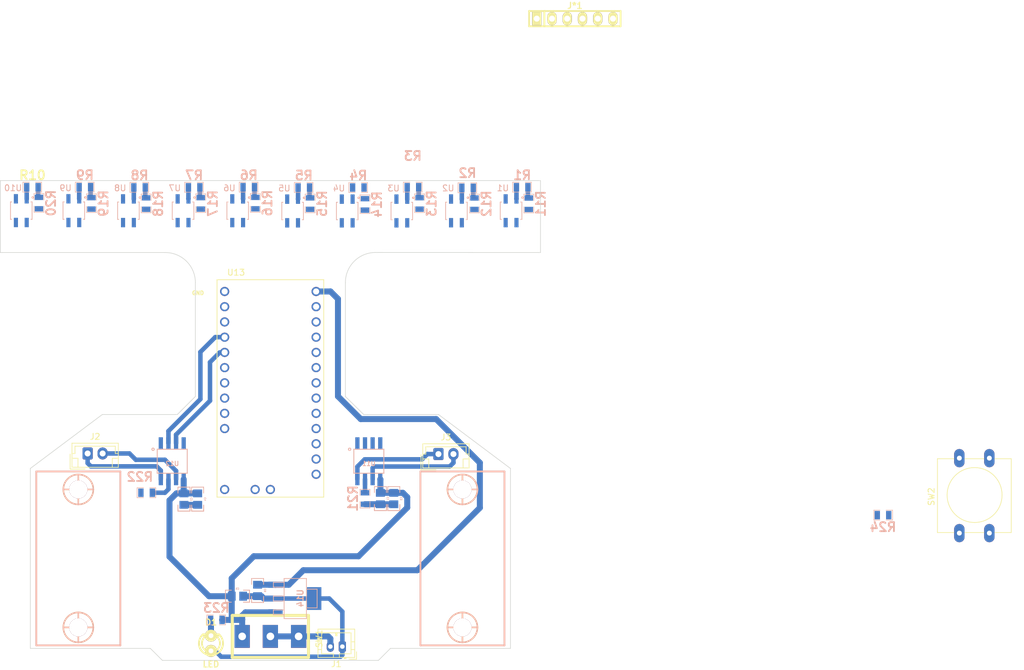
<source format=kicad_pcb>
(kicad_pcb (version 20211014) (generator pcbnew)
  (layers (0 "F.Cu" signal) (31 "B.Cu" signal) (34 "B.Paste" user) (35 "F.Paste" user) (36 "B.SilkS" user "B.Silkscreen") (37 "F.SilkS" user "F.Silkscreen") (38 "B.Mask" user) (39 "F.Mask" user) (44 "Edge.Cuts" user))
  (net 0 "")
  (net 1 "VCC")
  (net 2 "GND")
  (net 3 "+5V")
  (net 4 "Net-(D1-Pad2)")
  (net 5 "Net-(J1-Pad2)")
  (net 6 "/MOTOR_IZQ_L")
  (net 7 "/MOTOR_IZQ_R")
  (net 8 "/MOTOR_DER_L")
  (net 9 "/MOTOR_DER_R")
  (net 10 "+3V3")
  (net 11 "Net-(R1-Pad2)")
  (net 12 "Net-(R2-Pad2)")
  (net 13 "Net-(R3-Pad2)")
  (net 14 "Net-(R4-Pad2)")
  (net 15 "Net-(R5-Pad2)")
  (net 16 "Net-(R6-Pad2)")
  (net 17 "Net-(R7-Pad2)")
  (net 18 "Net-(R8-Pad2)")
  (net 19 "Net-(R9-Pad2)")
  (net 20 "Net-(R10-Pad2)")
  (net 21 "/A9")
  (net 22 "/A6")
  (net 23 "/A7")
  (net 24 "/A8")
  (net 25 "/A2")
  (net 26 "/A3")
  (net 27 "/A4")
  (net 28 "/A5")
  (net 29 "/A0")
  (net 30 "/A1")
  (net 31 "Net-(R21-Pad1)")
  (net 32 "Net-(R22-Pad1)")
  (net 33 "/PIN_ENTER")
  (net 34 "/PIN_L_DER")
  (net 35 "/PIN_R_DER")
  (net 37 "/PIN_L_IZQ")
  (net 38 "/PIN_R_IZQ")
  (net 44 "/Tx")
  (net 45 "/Rx")
  (footprint "EESTN5:HC-05" (layer "F.Cu") (at 190.73 35)
    (fp_text reference "J*1" (at 0 -2.159) (layer "F.SilkS") (effects (font (size 1.016 1.016) (thickness 0.2032))))
    (fp_text value "HC-05" hide)
    (pad "1" thru_hole rect locked (at -6.35 0) (size 1.524 2.19964) (drill 1.00076) (layers *.Cu *.Mask "F.SilkS"))
    (pad "2" thru_hole oval locked (at -3.81 0) (size 1.524 2.19964) (drill 1.00076) (layers *.Cu *.Mask "F.SilkS") (net 44 "/Tx"))
    (pad "3" thru_hole oval locked (at -1.27 0) (size 1.524 2.19964) (drill 1.00076) (layers *.Cu *.Mask "F.SilkS") (net 45 "/Rx"))
    (pad "4" thru_hole oval locked (at 1.27 0) (size 1.524 2.19964) (drill 1.00076) (layers *.Cu *.Mask "F.SilkS") (net 2 "GND"))
    (pad "5" thru_hole oval locked (at 3.81 0) (size 1.524 2.19964) (drill 1.00076) (layers *.Cu *.Mask "F.SilkS") (net 3 "+5V"))
    (pad "6" thru_hole oval locked (at 6.35 0) (size 1.524 2.19964) (drill 1.00076) (layers *.Cu *.Mask "F.SilkS") (net 2 "GND"))
  )
  (footprint "Connector_JST:JST_EH_B2B-EH-A_1x02_P2.50mm_Vertical" (layer "F.Cu") (at 168 107.6)
    (fp_text reference "J3" (at 1.25 -2.8) (layer "F.SilkS"))
    (fp_text value "MOTOR DERECHO")
    (pad "1" thru_hole roundrect (at 0 0) (size 1.7 2) (drill 1) (layers *.Cu *.Mask) (roundrect_rratio 0.147059) (net 8 "/MOTOR_DER_L"))
    (pad "2" thru_hole oval (at 2.5 0) (size 1.7 2) (drill 1) (layers *.Cu *.Mask) (net 9 "/MOTOR_DER_R"))
  )
  (footprint "EESTN5:led_3mm_clear" (layer "F.Cu") (at 130.1 139.15 180)
    (fp_text reference "D1" (at 0 3.5) (layer "F.SilkS") (effects (font (thickness 0.2))))
    (fp_text value "LED" (at 0 -3.5) (layer "F.SilkS") (effects (font (thickness 0.2))))
    (pad "1" thru_hole circle locked (at 0 -1.27 180) (size 1.99898 1.99898) (drill 0.8001) (layers *.Cu *.Mask "F.SilkS") (net 2 "GND"))
    (pad "2" thru_hole circle locked (at 0 1.27 180) (size 1.99898 1.99898) (drill 0.8001) (layers *.Cu *.Mask "F.SilkS") (net 4 "Net-(D1-Pad2)"))
  )
  (footprint "EESTN5:SW_SPDT_TH_Vertical" (layer "F.Cu") (at 140 138 -90)
    (fp_text reference "SW1" (at 0.381 -8.128 90) (layer "F.SilkS"))
    (fp_text value "SW_SPDT" hide)
    (pad "1" thru_hole rect locked (at 0 -4.7 270) (size 3.81 2.54) (drill 1.27) (layers *.Cu *.Mask) (net 5 "Net-(J1-Pad2)"))
    (pad "2" thru_hole rect locked (at 0 0 270) (size 3.81 2.54) (drill 1.27) (layers *.Cu *.Mask) (net 5 "Net-(J1-Pad2)"))
    (pad "3" thru_hole rect locked (at 0 4.7 270) (size 3.81 2.54) (drill 1.27) (layers *.Cu *.Mask) (net 1 "VCC"))
  )
  (footprint "Connector_JST:JST_PH_B2B-PH-K_1x02_P2.00mm_Vertical" (layer "F.Cu") (at 151.99 139.7 180)
    (fp_text reference "J1" (at 1 -2.9) (layer "F.SilkS"))
    (fp_text value "BATT")
    (pad "1" thru_hole roundrect (at 0 0 180) (size 1.2 1.75) (drill 0.75) (layers *.Cu *.Mask) (roundrect_rratio 0.208333) (net 2 "GND"))
    (pad "2" thru_hole oval (at 2 0 180) (size 1.2 1.75) (drill 0.75) (layers *.Cu *.Mask) (net 5 "Net-(J1-Pad2)"))
  )
  (footprint "Connector_JST:JST_EH_B2B-EH-A_1x02_P2.50mm_Vertical" (layer "F.Cu") (at 109.55 107.5)
    (fp_text reference "J2" (at 1.25 -2.8) (layer "F.SilkS"))
    (fp_text value "MOTOR IZQUIERDO")
    (pad "1" thru_hole roundrect (at 0 0) (size 1.7 2) (drill 1) (layers *.Cu *.Mask) (roundrect_rratio 0.147059) (net 6 "/MOTOR_IZQ_L"))
    (pad "2" thru_hole oval (at 2.5 0) (size 1.7 2) (drill 1) (layers *.Cu *.Mask) (net 7 "/MOTOR_IZQ_R"))
  )
  (footprint "DEV-15583:MODULE_DEV-15583" (layer "F.Cu") (at 140 97)
    (fp_text reference "U13" (at -5.715 -19.685) (layer "F.SilkS"))
    (fp_text value "DEV-15583")
    (fp_text user "GND" (at -12.065 -16.256) (layer "F.SilkS") (effects (font (size 0.64 0.64))))
    (pad "0" thru_hole circle (at -7.62 -13.97) (size 1.53 1.53) (drill 1.02) (layers *.Cu *.Mask))
    (pad "1" thru_hole circle (at -7.62 -11.43) (size 1.53 1.53) (drill 1.02) (layers *.Cu *.Mask))
    (pad "2" thru_hole circle (at -7.62 -8.89) (size 1.53 1.53) (drill 1.02) (layers *.Cu *.Mask) (net 37 "/PIN_L_IZQ"))
    (pad "3" thru_hole circle (at -7.62 -6.35) (size 1.53 1.53) (drill 1.02) (layers *.Cu *.Mask) (net 38 "/PIN_R_IZQ"))
    (pad "3.3V_1" thru_hole circle (at -2.54 16.51) (size 1.53 1.53) (drill 1.02) (layers *.Cu *.Mask) (net 10 "+3V3"))
    (pad "3.3V_2" thru_hole circle (at 7.62 -11.43) (size 1.53 1.53) (drill 1.02) (layers *.Cu *.Mask) (net 10 "+3V3"))
    (pad "4" thru_hole circle (at -7.62 -3.81) (size 1.53 1.53) (drill 1.02) (layers *.Cu *.Mask) (net 34 "/PIN_L_DER"))
    (pad "5" thru_hole circle (at -7.62 -1.27) (size 1.53 1.53) (drill 1.02) (layers *.Cu *.Mask) (net 35 "/PIN_R_DER"))
    (pad "6" thru_hole circle (at -7.62 1.27) (size 1.53 1.53) (drill 1.02) (layers *.Cu *.Mask))
    (pad "7" thru_hole circle (at -7.62 3.81) (size 1.53 1.53) (drill 1.02) (layers *.Cu *.Mask) (net 45 "/Rx"))
    (pad "8" thru_hole circle (at -7.62 6.35) (size 1.53 1.53) (drill 1.02) (layers *.Cu *.Mask) (net 44 "/Tx"))
    (pad "12" thru_hole circle (at -7.62 16.51) (size 1.53 1.53) (drill 1.02) (layers *.Cu *.Mask) (net 33 "/PIN_ENTER"))
    (pad "14" thru_hole circle (at 7.62 13.97) (size 1.53 1.53) (drill 1.02) (layers *.Cu *.Mask) (net 29 "/A0"))
    (pad "15" thru_hole circle (at 7.62 11.43) (size 1.53 1.53) (drill 1.02) (layers *.Cu *.Mask) (net 30 "/A1"))
    (pad "16" thru_hole circle (at 7.62 8.89) (size 1.53 1.53) (drill 1.02) (layers *.Cu *.Mask) (net 25 "/A2"))
    (pad "17" thru_hole circle (at 7.62 6.35) (size 1.53 1.53) (drill 1.02) (layers *.Cu *.Mask) (net 26 "/A3"))
    (pad "18" thru_hole circle (at 7.62 3.81) (size 1.53 1.53) (drill 1.02) (layers *.Cu *.Mask) (net 27 "/A4"))
    (pad "19" thru_hole circle (at 7.62 1.27) (size 1.53 1.53) (drill 1.02) (layers *.Cu *.Mask) (net 28 "/A5"))
    (pad "20" thru_hole circle (at 7.62 -1.27) (size 1.53 1.53) (drill 1.02) (layers *.Cu *.Mask) (net 22 "/A6"))
    (pad "21" thru_hole circle (at 7.62 -3.81) (size 1.53 1.53) (drill 1.02) (layers *.Cu *.Mask) (net 23 "/A7"))
    (pad "22" thru_hole circle (at 7.62 -6.35) (size 1.53 1.53) (drill 1.02) (layers *.Cu *.Mask) (net 24 "/A8"))
    (pad "23" thru_hole circle (at 7.62 -8.89) (size 1.53 1.53) (drill 1.02) (layers *.Cu *.Mask) (net 21 "/A9"))
    (pad "G1" thru_hole circle (at -7.62 -16.51) (size 1.53 1.53) (drill 1.02) (layers *.Cu *.Mask))
    (pad "G2" thru_hole circle (at 0 16.51) (size 1.53 1.53) (drill 1.02) (layers *.Cu *.Mask) (net 2 "GND"))
    (pad "G3" thru_hole circle (at 7.62 -13.97) (size 1.53 1.53) (drill 1.02) (layers *.Cu *.Mask) (net 2 "GND"))
    (pad "VIN" thru_hole circle (at 7.62 -16.51) (size 1.53 1.53) (drill 1.02) (layers *.Cu *.Mask) (net 3 "+5V"))
  )
  (footprint "EESTN5:SW_PUSH-12mm" (layer "F.Cu") (at 254.79 120.78 90)
    (fp_text reference "SW2" (at 6.08 -4.66 90) (layer "F.SilkS"))
    (fp_text value "SW_Push")
    (pad "1" thru_hole oval locked (at 0 0 90) (size 3.048 1.7272) (drill 0.8128) (layers *.Cu *.Mask) (net 33 "/PIN_ENTER"))
    (pad "1" thru_hole oval locked (at 12.5 0 90) (size 3.048 1.7272) (drill 0.8128) (layers *.Cu *.Mask) (net 33 "/PIN_ENTER"))
    (pad "2" thru_hole oval locked (at 0 5 90) (size 3.048 1.7272) (drill 0.8128) (layers *.Cu *.Mask) (net 10 "+3V3"))
    (pad "2" thru_hole oval locked (at 12.5 5 90) (size 3.048 1.7272) (drill 0.8128) (layers *.Cu *.Mask) (net 10 "+3V3"))
  )
  (footprint "EESTN5:R_0805" (layer "B.Cu") (at 101.44 65.75 90)
    (fp_text reference "R20" (at 0 2 90) (layer "B.SilkS") (effects (font (size 1.5 1.5) (thickness 0.3)) (justify mirror)))
    (fp_text value "10k" hide)
    (pad "1" smd rect locked (at -0.9525 0 90) (size 0.889 1.397) (layers "B.Cu" "B.Paste" "B.Mask") (net 29 "/A0"))
    (pad "2" smd rect locked (at 0.9525 0 90) (size 0.889 1.397) (layers "B.Cu" "B.Paste" "B.Mask") (net 10 "+3V3"))
  )
  (footprint "EESTN5:R_0805" (layer "B.Cu") (at 131 135.25 180)
    (fp_text reference "R23" (at 0 2) (layer "B.SilkS") (effects (font (size 1.5 1.5) (thickness 0.3)) (justify mirror)))
    (fp_text value "1k" hide)
    (pad "1" smd rect locked (at -0.9525 0 180) (size 0.889 1.397) (layers "B.Cu" "B.Paste" "B.Mask") (net 1 "VCC"))
    (pad "2" smd rect locked (at 0.9525 0 180) (size 0.889 1.397) (layers "B.Cu" "B.Paste" "B.Mask") (net 4 "Net-(D1-Pad2)"))
  )
  (footprint "EESTN5:R_0805" (layer "B.Cu") (at 145.57 63.15 180)
    (fp_text reference "R5" (at 0 2) (layer "B.SilkS") (effects (font (size 1.5 1.5) (thickness 0.3)) (justify mirror)))
    (fp_text value "120" hide)
    (pad "1" smd rect locked (at -0.9525 0 180) (size 0.889 1.397) (layers "B.Cu" "B.Paste" "B.Mask") (net 10 "+3V3"))
    (pad "2" smd rect locked (at 0.9525 0 180) (size 0.889 1.397) (layers "B.Cu" "B.Paste" "B.Mask") (net 15 "Net-(R5-Pad2)"))
  )
  (footprint "EESTN5:C_0805" (layer "B.Cu") (at 158.33 115.02 90)
    (fp_text reference "C1" (at 0 1.25 90) (layer "B.SilkS") (effects (font (size 0.29972 0.29972) (thickness 0.06096)) (justify mirror)))
    (fp_text value "47uf" hide)
    (pad "1" smd rect locked (at 0.9525 0 90) (size 1.30048 1.4986) (layers "B.Cu" "B.Paste" "B.Mask") (net 1 "VCC"))
    (pad "2" smd rect locked (at -0.9525 0 90) (size 1.30048 1.4986) (layers "B.Cu" "B.Paste" "B.Mask") (net 2 "GND"))
  )
  (footprint "EESTN5:R_0805" (layer "B.Cu") (at 174 65.8525 90)
    (fp_text reference "R12" (at 0 2 90) (layer "B.SilkS") (effects (font (size 1.5 1.5) (thickness 0.3)) (justify mirror)))
    (fp_text value "10k" hide)
    (pad "1" smd rect locked (at -0.9525 0 90) (size 0.889 1.397) (layers "B.Cu" "B.Paste" "B.Mask") (net 24 "/A8"))
    (pad "2" smd rect locked (at 0.9525 0 90) (size 0.889 1.397) (layers "B.Cu" "B.Paste" "B.Mask") (net 10 "+3V3"))
  )
  (footprint "EESTN5:R_0805" (layer "B.Cu") (at 100.35175 63.1 180)
    (fp_text reference "R10" (at 0 2) (layer "F.SilkS") (effects (font (size 1.5 1.5) (thickness 0.3))))
    (fp_text value "120" hide)
    (pad "1" smd rect locked (at -0.9525 0 180) (size 0.889 1.397) (layers "B.Cu" "B.Paste" "B.Mask") (net 10 "+3V3"))
    (pad "2" smd rect locked (at 0.9525 0 180) (size 0.889 1.397) (layers "B.Cu" "B.Paste" "B.Mask") (net 20 "Net-(R10-Pad2)"))
  )
  (footprint "EESTN5:SSOP-8" (layer "B.Cu") (at 156.4 108.8)
    (fp_text reference "U11" (at 0 0.4) (layer "B.SilkS") (effects (font (size 0.7493 0.7493) (thickness 0.14986)) (justify mirror)))
    (fp_text value "DRV DER" hide)
    (pad "1" smd rect locked (at -1.905 -3) (size 0.7112 2) (layers "B.Cu" "B.Paste" "B.Mask") (net 2 "GND"))
    (pad "2" smd rect locked (at -0.635 -3) (size 0.7112 2) (layers "B.Cu" "B.Paste" "B.Mask") (net 34 "/PIN_L_DER"))
    (pad "3" smd rect locked (at 0.635 -3) (size 0.7112 2) (layers "B.Cu" "B.Paste" "B.Mask") (net 35 "/PIN_R_DER"))
    (pad "4" smd rect locked (at 1.905 -3) (size 0.7112 2) (layers "B.Cu" "B.Paste" "B.Mask"))
    (pad "5" smd rect locked (at 1.905 3 180) (size 0.7112 2) (layers "B.Cu" "B.Paste" "B.Mask") (net 1 "VCC"))
    (pad "6" smd rect locked (at 0.635 3 180) (size 0.7112 2) (layers "B.Cu" "B.Paste" "B.Mask") (net 9 "/MOTOR_DER_R"))
    (pad "7" smd rect locked (at -0.635 3 180) (size 0.7112 2) (layers "B.Cu" "B.Paste" "B.Mask") (net 31 "Net-(R21-Pad1)"))
    (pad "8" smd rect locked (at -1.905 3 180) (size 0.7112 2) (layers "B.Cu" "B.Paste" "B.Mask") (net 8 "/MOTOR_DER_L"))
  )
  (footprint "EESTN5:R_0805" (layer "B.Cu") (at 172.85175 63.2 180)
    (fp_text reference "R2" (at 0.01825 2.45) (layer "B.SilkS") (effects (font (size 1.5 1.5) (thickness 0.3)) (justify mirror)))
    (fp_text value "120" hide)
    (pad "1" smd rect locked (at -0.9525 0 180) (size 0.889 1.397) (layers "B.Cu" "B.Paste" "B.Mask") (net 10 "+3V3"))
    (pad "2" smd rect locked (at 0.9525 0 180) (size 0.889 1.397) (layers "B.Cu" "B.Paste" "B.Mask") (net 12 "Net-(R2-Pad2)"))
  )
  (footprint "EESTN5:R_0805" (layer "B.Cu") (at 183.06 65.86175 90)
    (fp_text reference "R11" (at 0 2 90) (layer "B.SilkS") (effects (font (size 1.5 1.5) (thickness 0.3)) (justify mirror)))
    (fp_text value "10k" hide)
    (pad "1" smd rect locked (at -0.9525 0 90) (size 0.889 1.397) (layers "B.Cu" "B.Paste" "B.Mask") (net 21 "/A9"))
    (pad "2" smd rect locked (at 0.9525 0 90) (size 0.889 1.397) (layers "B.Cu" "B.Paste" "B.Mask") (net 10 "+3V3"))
  )
  (footprint "qre1113:SOIC180P460X187-4N" (layer "B.Cu") (at 125.45 67.02825 180)
    (fp_text reference "U7" (at 1.375 3.775) (layer "B.SilkS") (effects (justify mirror)))
    (fp_text value "QRE1113" hide)
    (pad "1" smd rect locked (at -0.9 1.975 180) (size 0.69 1.57) (layers "B.Cu" "B.Paste" "B.Mask") (net 17 "Net-(R7-Pad2)"))
    (pad "2" smd rect locked (at -0.9 -1.975 180) (size 0.69 1.57) (layers "B.Cu" "B.Paste" "B.Mask") (net 2 "GND"))
    (pad "3" smd rect locked (at 0.9 -1.975 180) (size 0.69 1.57) (layers "B.Cu" "B.Paste" "B.Mask") (net 26 "/A3"))
    (pad "4" smd rect locked (at 0.9 1.975 180) (size 0.69 1.57) (layers "B.Cu" "B.Paste" "B.Mask") (net 2 "GND"))
  )
  (footprint "EESTN5:Pololu_Micro_Con_Soporte_Simple" (layer "B.Cu") (at 172 125 -90)
    (fp_text reference "H4" hide)
    (fp_text value "Mounting_Hole" hide)
    (pad "1" thru_hole circle locked (at 11.5 0 270) (size 3 3) (drill 3) (layers *.Cu "B.SilkS"))
    (pad "4" thru_hole circle locked (at -11.5 0 270) (size 3 3) (drill 3) (layers *.Cu "B.SilkS"))
  )
  (footprint "EESTN5:R_0805" (layer "B.Cu") (at 109.09175 63.09 180)
    (fp_text reference "R9" (at 0 2) (layer "B.SilkS") (effects (font (size 1.5 1.5) (thickness 0.3)) (justify mirror)))
    (fp_text value "120" hide)
    (pad "1" smd rect locked (at -0.9525 0 180) (size 0.889 1.397) (layers "B.Cu" "B.Paste" "B.Mask") (net 10 "+3V3"))
    (pad "2" smd rect locked (at 0.9525 0 180) (size 0.889 1.397) (layers "B.Cu" "B.Paste" "B.Mask") (net 19 "Net-(R9-Pad2)"))
  )
  (footprint "EESTN5:R_0805" (layer "B.Cu") (at 155.76 115.00825 -90)
    (fp_text reference "R21" (at 0 2 90) (layer "B.SilkS") (effects (font (size 1.5 1.5) (thickness 0.3)) (justify mirror)))
    (fp_text value "1" hide)
    (pad "1" smd rect locked (at -0.9525 0 270) (size 0.889 1.397) (layers "B.Cu" "B.Paste" "B.Mask") (net 31 "Net-(R21-Pad1)"))
    (pad "2" smd rect locked (at 0.9525 0 270) (size 0.889 1.397) (layers "B.Cu" "B.Paste" "B.Mask") (net 2 "GND"))
  )
  (footprint "qre1113:SOIC180P460X187-4N" (layer "B.Cu") (at 143.7 67.06825 180)
    (fp_text reference "U5" (at 1.375 3.775) (layer "B.SilkS") (effects (justify mirror)))
    (fp_text value "QRE1113" hide)
    (pad "1" smd rect locked (at -0.9 1.975 180) (size 0.69 1.57) (layers "B.Cu" "B.Paste" "B.Mask") (net 15 "Net-(R5-Pad2)"))
    (pad "2" smd rect locked (at -0.9 -1.975 180) (size 0.69 1.57) (layers "B.Cu" "B.Paste" "B.Mask") (net 2 "GND"))
    (pad "3" smd rect locked (at 0.9 -1.975 180) (size 0.69 1.57) (layers "B.Cu" "B.Paste" "B.Mask") (net 28 "/A5"))
    (pad "4" smd rect locked (at 0.9 1.975 180) (size 0.69 1.57) (layers "B.Cu" "B.Paste" "B.Mask") (net 2 "GND"))
  )
  (footprint "EESTN5:C_0805" (layer "B.Cu") (at 127.88 115.11 90)
    (fp_text reference "C4" (at 0 1.25 90) (layer "B.SilkS") (effects (font (size 0.29972 0.29972) (thickness 0.06096)) (justify mirror)))
    (fp_text value "0.1uf" hide)
    (pad "1" smd rect locked (at 0.9525 0 90) (size 1.30048 1.4986) (layers "B.Cu" "B.Paste" "B.Mask") (net 1 "VCC"))
    (pad "2" smd rect locked (at -0.9525 0 90) (size 1.30048 1.4986) (layers "B.Cu" "B.Paste" "B.Mask") (net 2 "GND"))
  )
  (footprint "EESTN5:SSOP-8" (layer "B.Cu") (at 123.65 108.8)
    (fp_text reference "U12" (at 0 0.4) (layer "B.SilkS") (effects (font (size 0.7493 0.7493) (thickness 0.14986)) (justify mirror)))
    (fp_text value "DRV IZQ" hide)
    (pad "1" smd rect locked (at -1.905 -3) (size 0.7112 2) (layers "B.Cu" "B.Paste" "B.Mask") (net 2 "GND"))
    (pad "2" smd rect locked (at -0.635 -3) (size 0.7112 2) (layers "B.Cu" "B.Paste" "B.Mask") (net 37 "/PIN_L_IZQ"))
    (pad "3" smd rect locked (at 0.635 -3) (size 0.7112 2) (layers "B.Cu" "B.Paste" "B.Mask") (net 38 "/PIN_R_IZQ"))
    (pad "4" smd rect locked (at 1.905 -3) (size 0.7112 2) (layers "B.Cu" "B.Paste" "B.Mask"))
    (pad "5" smd rect locked (at 1.905 3 180) (size 0.7112 2) (layers "B.Cu" "B.Paste" "B.Mask") (net 1 "VCC"))
    (pad "6" smd rect locked (at 0.635 3 180) (size 0.7112 2) (layers "B.Cu" "B.Paste" "B.Mask") (net 7 "/MOTOR_IZQ_R"))
    (pad "7" smd rect locked (at -0.635 3 180) (size 0.7112 2) (layers "B.Cu" "B.Paste" "B.Mask") (net 32 "Net-(R22-Pad1)"))
    (pad "8" smd rect locked (at -1.905 3 180) (size 0.7112 2) (layers "B.Cu" "B.Paste" "B.Mask") (net 6 "/MOTOR_IZQ_L"))
  )
  (footprint "EESTN5:R_0805" (layer "B.Cu") (at 155.76 65.97175 90)
    (fp_text reference "R14" (at 0 2 90) (layer "B.SilkS") (effects (font (size 1.5 1.5) (thickness 0.3)) (justify mirror)))
    (fp_text value "10k" hide)
    (pad "1" smd rect locked (at -0.9525 0 90) (size 0.889 1.397) (layers "B.Cu" "B.Paste" "B.Mask") (net 22 "/A6"))
    (pad "2" smd rect locked (at 0.9525 0 90) (size 0.889 1.397) (layers "B.Cu" "B.Paste" "B.Mask") (net 10 "+3V3"))
  )
  (footprint "qre1113:SOIC180P460X187-4N" (layer "B.Cu") (at 107.25 67.01 180)
    (fp_text reference "U9" (at 1.375 3.775) (layer "B.SilkS") (effects (justify mirror)))
    (fp_text value "QRE1113" hide)
    (pad "1" smd rect locked (at -0.9 1.975 180) (size 0.69 1.57) (layers "B.Cu" "B.Paste" "B.Mask") (net 19 "Net-(R9-Pad2)"))
    (pad "2" smd rect locked (at -0.9 -1.975 180) (size 0.69 1.57) (layers "B.Cu" "B.Paste" "B.Mask") (net 2 "GND"))
    (pad "3" smd rect locked (at 0.9 -1.975 180) (size 0.69 1.57) (layers "B.Cu" "B.Paste" "B.Mask") (net 30 "/A1"))
    (pad "4" smd rect locked (at 0.9 1.975 180) (size 0.69 1.57) (layers "B.Cu" "B.Paste" "B.Mask") (net 2 "GND"))
  )
  (footprint "qre1113:SOIC180P460X187-4N" (layer "B.Cu") (at 116.35 67.02825 180)
    (fp_text reference "U8" (at 1.375 3.775) (layer "B.SilkS") (effects (justify mirror)))
    (fp_text value "QRE1113" hide)
    (pad "1" smd rect locked (at -0.9 1.975 180) (size 0.69 1.57) (layers "B.Cu" "B.Paste" "B.Mask") (net 18 "Net-(R8-Pad2)"))
    (pad "2" smd rect locked (at -0.9 -1.975 180) (size 0.69 1.57) (layers "B.Cu" "B.Paste" "B.Mask") (net 2 "GND"))
    (pad "3" smd rect locked (at 0.9 -1.975 180) (size 0.69 1.57) (layers "B.Cu" "B.Paste" "B.Mask") (net 25 "/A2"))
    (pad "4" smd rect locked (at 0.9 1.975 180) (size 0.69 1.57) (layers "B.Cu" "B.Paste" "B.Mask") (net 2 "GND"))
  )
  (footprint "EESTN5:SOT223" (layer "B.Cu") (at 144.145 131.69 90)
    (fp_text reference "U14" (at 0.0508 0.8382 90) (layer "B.SilkS") (effects (font (size 1.00076 1.00076) (thickness 0.20066)) (justify mirror)))
    (fp_text value "L7805" hide)
    (pad "1" smd rect locked (at -2.3 -3.3 90) (size 1 2.4) (layers "B.Cu" "B.Paste" "B.Mask") (net 1 "VCC"))
    (pad "2" smd rect locked (at 0 -3.3 90) (size 1 2.4) (layers "B.Cu" "B.Paste" "B.Mask") (net 2 "GND"))
    (pad "3" smd rect locked (at 2.3 -3.3 90) (size 1 2.4) (layers "B.Cu" "B.Paste" "B.Mask") (net 3 "+5V"))
    (pad "4" connect rect locked (at 0 3.15 90) (size 3.8 2.4) (layers "B.Cu" "B.Mask"))
  )
  (footprint "qre1113:SOIC180P460X187-4N" (layer "B.Cu") (at 161.9 67.06825 180)
    (fp_text reference "U3" (at 1.375 3.775) (layer "B.SilkS") (effects (justify mirror)))
    (fp_text value "QRE1113" hide)
    (pad "1" smd rect locked (at -0.9 1.975 180) (size 0.69 1.57) (layers "B.Cu" "B.Paste" "B.Mask") (net 13 "Net-(R3-Pad2)"))
    (pad "2" smd rect locked (at -0.9 -1.975 180) (size 0.69 1.57) (layers "B.Cu" "B.Paste" "B.Mask") (net 2 "GND"))
    (pad "3" smd rect locked (at 0.9 -1.975 180) (size 0.69 1.57) (layers "B.Cu" "B.Paste" "B.Mask") (net 23 "/A7"))
    (pad "4" smd rect locked (at 0.9 1.975 180) (size 0.69 1.57) (layers "B.Cu" "B.Paste" "B.Mask") (net 2 "GND"))
  )
  (footprint "qre1113:SOIC180P460X187-4N" (layer "B.Cu") (at 98.5 67.01 180)
    (fp_text reference "U10" (at 1.375 3.775) (layer "B.SilkS") (effects (justify mirror)))
    (fp_text value "QRE1113" hide)
    (pad "1" smd rect locked (at -0.9 1.975 180) (size 0.69 1.57) (layers "B.Cu" "B.Paste" "B.Mask") (net 20 "Net-(R10-Pad2)"))
    (pad "2" smd rect locked (at -0.9 -1.975 180) (size 0.69 1.57) (layers "B.Cu" "B.Paste" "B.Mask") (net 2 "GND"))
    (pad "3" smd rect locked (at 0.9 -1.975 180) (size 0.69 1.57) (layers "B.Cu" "B.Paste" "B.Mask") (net 29 "/A0"))
    (pad "4" smd rect locked (at 0.9 1.975 180) (size 0.69 1.57) (layers "B.Cu" "B.Paste" "B.Mask") (net 2 "GND"))
  )
  (footprint "EESTN5:C_0805" (layer "B.Cu") (at 134.5125 131.3 180)
    (fp_text reference "C5" (at 0 1.25) (layer "B.SilkS") (effects (font (size 0.29972 0.29972) (thickness 0.06096)) (justify mirror)))
    (fp_text value "10uf" hide)
    (pad "1" smd rect locked (at 0.9525 0 180) (size 1.30048 1.4986) (layers "B.Cu" "B.Paste" "B.Mask") (net 1 "VCC"))
    (pad "2" smd rect locked (at -0.9525 0 180) (size 1.30048 1.4986) (layers "B.Cu" "B.Paste" "B.Mask") (net 2 "GND"))
  )
  (footprint "EESTN5:R_0805" (layer "B.Cu") (at 163.75175 63.1 180)
    (fp_text reference "R3" (at 0.01825 5.2) (layer "B.SilkS") (effects (font (size 1.5 1.5) (thickness 0.3)) (justify mirror)))
    (fp_text value "120" hide)
    (pad "1" smd rect locked (at -0.9525 0 180) (size 0.889 1.397) (layers "B.Cu" "B.Paste" "B.Mask") (net 10 "+3V3"))
    (pad "2" smd rect locked (at 0.9525 0 180) (size 0.889 1.397) (layers "B.Cu" "B.Paste" "B.Mask") (net 13 "Net-(R3-Pad2)"))
  )
  (footprint "EESTN5:C_0805" (layer "B.Cu") (at 125.6 115.11 90)
    (fp_text reference "C2" (at 0 1.25 90) (layer "B.SilkS") (effects (font (size 0.29972 0.29972) (thickness 0.06096)) (justify mirror)))
    (fp_text value "47uf" hide)
    (pad "1" smd rect locked (at 0.9525 0 90) (size 1.30048 1.4986) (layers "B.Cu" "B.Paste" "B.Mask") (net 1 "VCC"))
    (pad "2" smd rect locked (at -0.9525 0 90) (size 1.30048 1.4986) (layers "B.Cu" "B.Paste" "B.Mask") (net 2 "GND"))
  )
  (footprint "EESTN5:R_0805" (layer "B.Cu") (at 118.2 63.13 180)
    (fp_text reference "R8" (at 0 2) (layer "B.SilkS") (effects (font (size 1.5 1.5) (thickness 0.3)) (justify mirror)))
    (fp_text value "120" hide)
    (pad "1" smd rect locked (at -0.9525 0 180) (size 0.889 1.397) (layers "B.Cu" "B.Paste" "B.Mask") (net 10 "+3V3"))
    (pad "2" smd rect locked (at 0.9525 0 180) (size 0.889 1.397) (layers "B.Cu" "B.Paste" "B.Mask") (net 18 "Net-(R8-Pad2)"))
  )
  (footprint "qre1113:SOIC180P460X187-4N" (layer "B.Cu") (at 180.1 67.03175 180)
    (fp_text reference "U1" (at 1.375 3.775) (layer "B.SilkS") (effects (justify mirror)))
    (fp_text value "QRE1113" hide)
    (pad "1" smd rect locked (at -0.9 1.975 180) (size 0.69 1.57) (layers "B.Cu" "B.Paste" "B.Mask") (net 11 "Net-(R1-Pad2)"))
    (pad "2" smd rect locked (at -0.9 -1.975 180) (size 0.69 1.57) (layers "B.Cu" "B.Paste" "B.Mask") (net 2 "GND"))
    (pad "3" smd rect locked (at 0.9 -1.975 180) (size 0.69 1.57) (layers "B.Cu" "B.Paste" "B.Mask") (net 21 "/A9"))
    (pad "4" smd rect locked (at 0.9 1.975 180) (size 0.69 1.57) (layers "B.Cu" "B.Paste" "B.Mask") (net 2 "GND"))
  )
  (footprint "EESTN5:R_0805" (layer "B.Cu") (at 119.3 65.83175 90)
    (fp_text reference "R18" (at 0 2 90) (layer "B.SilkS") (effects (font (size 1.5 1.5) (thickness 0.3)) (justify mirror)))
    (fp_text value "10k" hide)
    (pad "1" smd rect locked (at -0.9525 0 90) (size 0.889 1.397) (layers "B.Cu" "B.Paste" "B.Mask") (net 25 "/A2"))
    (pad "2" smd rect locked (at 0.9525 0 90) (size 0.889 1.397) (layers "B.Cu" "B.Paste" "B.Mask") (net 10 "+3V3"))
  )
  (footprint "EESTN5:R_0805" (layer "B.Cu") (at 154.6525 63.16 180)
    (fp_text reference "R4" (at 0 2) (layer "B.SilkS") (effects (font (size 1.5 1.5) (thickness 0.3)) (justify mirror)))
    (fp_text value "120" hide)
    (pad "1" smd rect locked (at -0.9525 0 180) (size 0.889 1.397) (layers "B.Cu" "B.Paste" "B.Mask") (net 10 "+3V3"))
    (pad "2" smd rect locked (at 0.9525 0 180) (size 0.889 1.397) (layers "B.Cu" "B.Paste" "B.Mask") (net 14 "Net-(R4-Pad2)"))
  )
  (footprint "EESTN5:R_0805" (layer "B.Cu") (at 242.07 117.78)
    (fp_text reference "R24" (at 0 2) (layer "B.SilkS") (effects (font (size 1.5 1.5) (thickness 0.3)) (justify mirror)))
    (fp_text value "10k" hide)
    (pad "1" smd rect locked (at -0.9525 0) (size 0.889 1.397) (layers "B.Cu" "B.Paste" "B.Mask") (net 2 "GND"))
    (pad "2" smd rect locked (at 0.9525 0) (size 0.889 1.397) (layers "B.Cu" "B.Paste" "B.Mask") (net 33 "/PIN_ENTER"))
  )
  (footprint "EESTN5:R_0805" (layer "B.Cu") (at 110.19 65.8 90)
    (fp_text reference "R19" (at 0 2 90) (layer "B.SilkS") (effects (font (size 1.5 1.5) (thickness 0.3)) (justify mirror)))
    (fp_text value "10k" hide)
    (pad "1" smd rect locked (at -0.9525 0 90) (size 0.889 1.397) (layers "B.Cu" "B.Paste" "B.Mask") (net 30 "/A1"))
    (pad "2" smd rect locked (at 0.9525 0 90) (size 0.889 1.397) (layers "B.Cu" "B.Paste" "B.Mask") (net 10 "+3V3"))
  )
  (footprint "qre1113:SOIC180P460X187-4N" (layer "B.Cu") (at 171 67.05 180)
    (fp_text reference "U2" (at 1.375 3.775) (layer "B.SilkS") (effects (justify mirror)))
    (fp_text value "QRE1113" hide)
    (pad "1" smd rect locked (at -0.9 1.975 180) (size 0.69 1.57) (layers "B.Cu" "B.Paste" "B.Mask") (net 12 "Net-(R2-Pad2)"))
    (pad "2" smd rect locked (at -0.9 -1.975 180) (size 0.69 1.57) (layers "B.Cu" "B.Paste" "B.Mask") (net 2 "GND"))
    (pad "3" smd rect locked (at 0.9 -1.975 180) (size 0.69 1.57) (layers "B.Cu" "B.Paste" "B.Mask") (net 24 "/A8"))
    (pad "4" smd rect locked (at 0.9 1.975 180) (size 0.69 1.57) (layers "B.Cu" "B.Paste" "B.Mask") (net 2 "GND"))
  )
  (footprint "EESTN5:R_0805" (layer "B.Cu") (at 137.5 65.7525 90)
    (fp_text reference "R16" (at 0 2 90) (layer "B.SilkS") (effects (font (size 1.5 1.5) (thickness 0.3)) (justify mirror)))
    (fp_text value "10k" hide)
    (pad "1" smd rect locked (at -0.9525 0 90) (size 0.889 1.397) (layers "B.Cu" "B.Paste" "B.Mask") (net 27 "/A4"))
    (pad "2" smd rect locked (at 0.9525 0 90) (size 0.889 1.397) (layers "B.Cu" "B.Paste" "B.Mask") (net 10 "+3V3"))
  )
  (footprint "qre1113:SOIC180P460X187-4N" (layer "B.Cu") (at 152.8 67.06825 180)
    (fp_text reference "U4" (at 1.375 3.775) (layer "B.SilkS") (effects (justify mirror)))
    (fp_text value "QRE1113" hide)
    (pad "1" smd rect locked (at -0.9 1.975 180) (size 0.69 1.57) (layers "B.Cu" "B.Paste" "B.Mask") (net 14 "Net-(R4-Pad2)"))
    (pad "2" smd rect locked (at -0.9 -1.975 180) (size 0.69 1.57) (layers "B.Cu" "B.Paste" "B.Mask") (net 2 "GND"))
    (pad "3" smd rect locked (at 0.9 -1.975 180) (size 0.69 1.57) (layers "B.Cu" "B.Paste" "B.Mask") (net 22 "/A6"))
    (pad "4" smd rect locked (at 0.9 1.975 180) (size 0.69 1.57) (layers "B.Cu" "B.Paste" "B.Mask") (net 2 "GND"))
  )
  (footprint "EESTN5:C_0805" (layer "B.Cu") (at 137.87 130.34 90)
    (fp_text reference "C6" (at 0 1.25 90) (layer "B.SilkS") (effects (font (size 0.29972 0.29972) (thickness 0.06096)) (justify mirror)))
    (fp_text value "100nf" hide)
    (pad "1" smd rect locked (at 0.9525 0 90) (size 1.30048 1.4986) (layers "B.Cu" "B.Paste" "B.Mask") (net 3 "+5V"))
    (pad "2" smd rect locked (at -0.9525 0 90) (size 1.30048 1.4986) (layers "B.Cu" "B.Paste" "B.Mask") (net 2 "GND"))
  )
  (footprint "EESTN5:R_0805" (layer "B.Cu") (at 119.38 114.046 180)
    (fp_text reference "R22" (at 1.130022 2.64263) (layer "B.SilkS") (effects (font (size 1.5 1.5) (thickness 0.3)) (justify mirror)))
    (fp_text value "1" hide)
    (pad "1" smd rect locked (at -0.9525 0 180) (size 0.889 1.397) (layers "B.Cu" "B.Paste" "B.Mask") (net 32 "Net-(R22-Pad1)"))
    (pad "2" smd rect locked (at 0.9525 0 180) (size 0.889 1.397) (layers "B.Cu" "B.Paste" "B.Mask") (net 2 "GND"))
  )
  (footprint "EESTN5:C_0805" (layer "B.Cu") (at 160.56 115.02 90)
    (fp_text reference "C3" (at 0 1.25 90) (layer "B.SilkS") (effects (font (size 0.29972 0.29972) (thickness 0.06096)) (justify mirror)))
    (fp_text value "0.1uf" hide)
    (pad "1" smd rect locked (at 0.9525 0 90) (size 1.30048 1.4986) (layers "B.Cu" "B.Paste" "B.Mask") (net 1 "VCC"))
    (pad "2" smd rect locked (at -0.9525 0 90) (size 1.30048 1.4986) (layers "B.Cu" "B.Paste" "B.Mask") (net 2 "GND"))
  )
  (footprint "EESTN5:R_0805" (layer "B.Cu") (at 181.95175 63.1 180)
    (fp_text reference "R1" (at 0 2) (layer "B.SilkS") (effects (font (size 1.5 1.5) (thickness 0.3)) (justify mirror)))
    (fp_text value "120" hide)
    (pad "1" smd rect locked (at -0.9525 0 180) (size 0.889 1.397) (layers "B.Cu" "B.Paste" "B.Mask") (net 10 "+3V3"))
    (pad "2" smd rect locked (at 0.9525 0 180) (size 0.889 1.397) (layers "B.Cu" "B.Paste" "B.Mask") (net 11 "Net-(R1-Pad2)"))
  )
  (footprint "qre1113:SOIC180P460X187-4N" (layer "B.Cu") (at 134.55 67.02825 180)
    (fp_text reference "U6" (at 1.375 3.775) (layer "B.SilkS") (effects (justify mirror)))
    (fp_text value "QRE1113" hide)
    (pad "1" smd rect locked (at -0.9 1.975 180) (size 0.69 1.57) (layers "B.Cu" "B.Paste" "B.Mask") (net 16 "Net-(R6-Pad2)"))
    (pad "2" smd rect locked (at -0.9 -1.975 180) (size 0.69 1.57) (layers "B.Cu" "B.Paste" "B.Mask") (net 2 "GND"))
    (pad "3" smd rect locked (at 0.9 -1.975 180) (size 0.69 1.57) (layers "B.Cu" "B.Paste" "B.Mask") (net 27 "/A4"))
    (pad "4" smd rect locked (at 0.9 1.975 180) (size 0.69 1.57) (layers "B.Cu" "B.Paste" "B.Mask") (net 2 "GND"))
  )
  (footprint "EESTN5:R_0805" (layer "B.Cu") (at 127.3 63.12 180)
    (fp_text reference "R7" (at 0 2) (layer "B.SilkS") (effects (font (size 1.5 1.5) (thickness 0.3)) (justify mirror)))
    (fp_text value "120" hide)
    (pad "1" smd rect locked (at -0.9525 0 180) (size 0.889 1.397) (layers "B.Cu" "B.Paste" "B.Mask") (net 10 "+3V3"))
    (pad "2" smd rect locked (at 0.9525 0 180) (size 0.889 1.397) (layers "B.Cu" "B.Paste" "B.Mask") (net 17 "Net-(R7-Pad2)"))
  )
  (footprint "EESTN5:Pololu_Micro_Con_Soporte_Simple" (layer "B.Cu") (at 108 125 90)
    (fp_text reference "H2" hide)
    (fp_text value "Mounting_Hole" hide)
    (pad "1" thru_hole circle locked (at 11.5 0 90) (size 3 3) (drill 3) (layers *.Cu "B.SilkS"))
    (pad "4" thru_hole circle locked (at -11.5 0 90) (size 3 3) (drill 3) (layers *.Cu "B.SilkS"))
  )
  (footprint "EESTN5:R_0805" (layer "B.Cu") (at 146.62 65.83825 90)
    (fp_text reference "R15" (at 0 2 90) (layer "B.SilkS") (effects (font (size 1.5 1.5) (thickness 0.3)) (justify mirror)))
    (fp_text value "10k" hide)
    (pad "1" smd rect locked (at -0.9525 0 90) (size 0.889 1.397) (layers "B.Cu" "B.Paste" "B.Mask") (net 28 "/A5"))
    (pad "2" smd rect locked (at 0.9525 0 90) (size 0.889 1.397) (layers "B.Cu" "B.Paste" "B.Mask") (net 10 "+3V3"))
  )
  (footprint "EESTN5:R_0805" (layer "B.Cu") (at 136.4 63.1 180)
    (fp_text reference "R6" (at 0 2) (layer "B.SilkS") (effects (font (size 1.5 1.5) (thickness 0.3)) (justify mirror)))
    (fp_text value "120" hide)
    (pad "1" smd rect locked (at -0.9525 0 180) (size 0.889 1.397) (layers "B.Cu" "B.Paste" "B.Mask") (net 10 "+3V3"))
    (pad "2" smd rect locked (at 0.9525 0 180) (size 0.889 1.397) (layers "B.Cu" "B.Paste" "B.Mask") (net 16 "Net-(R6-Pad2)"))
  )
  (footprint "EESTN5:R_0805" (layer "B.Cu") (at 164.86 65.81 90)
    (fp_text reference "R13" (at 0 2 90) (layer "B.SilkS") (effects (font (size 1.5 1.5) (thickness 0.3)) (justify mirror)))
    (fp_text value "10k" hide)
    (pad "1" smd rect locked (at -0.9525 0 90) (size 0.889 1.397) (layers "B.Cu" "B.Paste" "B.Mask") (net 23 "/A7"))
    (pad "2" smd rect locked (at 0.9525 0 90) (size 0.889 1.397) (layers "B.Cu" "B.Paste" "B.Mask") (net 10 "+3V3"))
  )
  (footprint "EESTN5:R_0805" (layer "B.Cu") (at 128.4 65.8 90)
    (fp_text reference "R17" (at 0 2 90) (layer "B.SilkS") (effects (font (size 1.5 1.5) (thickness 0.3)) (justify mirror)))
    (fp_text value "10k" hide)
    (pad "1" smd rect locked (at -0.9525 0 90) (size 0.889 1.397) (layers "B.Cu" "B.Paste" "B.Mask") (net 26 "/A3"))
    (pad "2" smd rect locked (at 0.9525 0 90) (size 0.889 1.397) (layers "B.Cu" "B.Paste" "B.Mask") (net 10 "+3V3"))
  )
  (gr_line (start 95 62) (end 185 62) (layer "Edge.Cuts") (width 0.1))
  (gr_line (start 180 110) (end 180 140) (layer "Edge.Cuts") (width 0.1))
  (gr_line (start 127.5 98) (end 124.5 101) (layer "Edge.Cuts") (width 0.1))
  (gr_line (start 120 140) (end 100 140) (layer "Edge.Cuts") (width 0.1))
  (gr_line (start 95 62) (end 95 74) (layer "Edge.Cuts") (width 0.1))
  (gr_line (start 168 101) (end 180 110) (layer "Edge.Cuts") (width 0.1))
  (gr_line (start 127.5 79) (end 127.5 98) (layer "Edge.Cuts") (width 0.1))
  (gr_line (start 152.5 98) (end 155.55 101.01) (layer "Edge.Cuts") (width 0.1))
  (gr_line (start 185 62) (end 185 74) (layer "Edge.Cuts") (width 0.1))
  (gr_line (start 160 140) (end 158 142) (layer "Edge.Cuts") (width 0.1))
  (gr_line (start 152.5 79) (end 152.5 98) (layer "Edge.Cuts") (width 0.1))
  (gr_arc (start 152.5 78.99) (mid 153.964466 75.454466) (end 157.5 73.99) (layer "Edge.Cuts") (width 0.1))
  (gr_line (start 100 110) (end 100 140) (layer "Edge.Cuts") (width 0.1))
  (gr_line (start 158 142) (end 122 142) (layer "Edge.Cuts") (width 0.1))
  (gr_line (start 112 101) (end 124.5 101) (layer "Edge.Cuts") (width 0.1))
  (gr_line (start 180 140) (end 160 140) (layer "Edge.Cuts") (width 0.1))
  (gr_line (start 157.5 73.99) (end 185 74) (layer "Edge.Cuts") (width 0.1))
  (gr_arc (start 122.5 74) (mid 126.035534 75.464466) (end 127.5 79) (layer "Edge.Cuts") (width 0.1))
  (gr_line (start 155.55 101.01) (end 168 101) (layer "Edge.Cuts") (width 0.1))
  (gr_line (start 112 101) (end 100 110) (layer "Edge.Cuts") (width 0.1))
  (gr_line (start 120 140) (end 122 142) (layer "Edge.Cuts") (width 0.1))
  (gr_line (start 122.5 74) (end 95 74) (layer "Edge.Cuts") (width 0.1))
  (segment (start 133.38 135.25) (end 135.24 135.25) (width 1) (layer "B.Cu") (net 1))
  (segment (start 162.8 116.531062) (end 154.691062 124.64) (width 1) (layer "B.Cu") (net 1))
  (segment (start 135.84 133.99) (end 140.845 133.99) (width 1) (layer "B.Cu") (net 1))
  (segment (start 123.19 124.714) (end 123.19 115.316) (width 1) (layer "B.Cu") (net 1))
  (segment (start 125.555 111.8) (end 125.555 114.1125) (width 1) (layer "B.Cu") (net 1))
  (segment (start 127.88 114.1575) (end 125.6 114.1575) (width 1) (layer "B.Cu") (net 1))
  (segment (start 162.0775 114.0675) (end 162.8 114.79) (width 1) (layer "B.Cu") (net 1))
  (segment (start 135.3 134.53) (end 135.84 133.99) (width 1) (layer "B.Cu") (net 1))
  (segment (start 133.56 131.3) (end 129.776 131.3) (width 1) (layer "B.Cu") (net 1))
  (segment (start 124.3485 114.1575) (end 125.6 114.1575) (width 1) (layer "B.Cu") (net 1))
  (segment (start 162.8 114.79) (end 162.8 116.531062) (width 1) (layer "B.Cu") (net 1))
  (segment (start 133.56 135.07) (end 133.38 135.25) (width 1) (layer "B.Cu") (net 1))
  (segment (start 160.56 114.0675) (end 162.0775 114.0675) (width 1) (layer "B.Cu") (net 1))
  (segment (start 158.33 111.825) (end 158.305 111.8) (width 1) (layer "B.Cu") (net 1))
  (segment (start 133.56 131.3) (end 133.56 135.07) (width 1) (layer "B.Cu") (net 1))
  (segment (start 133.56 128.314) (end 133.56 131.3) (width 1) (layer "B.Cu") (net 1))
  (segment (start 158.33 114.0675) (end 158.33 111.825) (width 1) (layer "B.Cu") (net 1))
  (segment (start 131.9525 135.25) (end 133.38 135.25) (width 1) (layer "B.Cu") (net 1))
  (segment (start 137.234 124.64) (end 133.56 128.314) (width 1) (layer "B.Cu") (net 1))
  (segment (start 135.3 138) (end 135.3 135.19) (width 1) (layer "B.Cu") (net 1))
  (segment (start 158.33 114.0675) (end 160.56 114.0675) (width 1) (layer "B.Cu") (net 1))
  (segment (start 123.19 115.316) (end 124.3485 114.1575) (width 1) (layer "B.Cu") (net 1))
  (segment (start 135.3 135.19) (end 135.3 134.53) (width 1) (layer "B.Cu") (net 1))
  (segment (start 125.555 114.1125) (end 125.6 114.1575) (width 1) (layer "B.Cu") (net 1))
  (segment (start 154.691062 124.64) (end 137.234 124.64) (width 1) (layer "B.Cu") (net 1))
  (segment (start 135.24 135.25) (end 135.3 135.19) (width 1) (layer "B.Cu") (net 1))
  (segment (start 129.776 131.3) (end 123.19 124.714) (width 1) (layer "B.Cu") (net 1))
  (segment (start 140.845 131.69) (end 147.295 131.69) (width 0.75) (layer "B.Cu") (net 2))
  (segment (start 137.87 131.2925) (end 138.5225 131.2925) (width 1) (layer "B.Cu") (net 2))
  (segment (start 151.68 141.39) (end 151.99 141.08) (width 0.75) (layer "B.Cu") (net 2))
  (segment (start 130.83 140.42) (end 131.8 141.39) (width 0.75) (layer "B.Cu") (net 2))
  (segment (start 135.465 131.3) (end 137.8625 131.3) (width 1) (layer "B.Cu") (net 2))
  (segment (start 149.81 131.69) (end 151.99 133.87) (width 0.75) (layer "B.Cu") (net 2))
  (segment (start 131.8 141.39) (end 151.68 141.39) (width 0.75) (layer "B.Cu") (net 2))
  (segment (start 151.99 133.87) (end 151.99 139.7) (width 0.75) (layer "B.Cu") (net 2))
  (segment (start 151.99 141.08) (end 151.99 139.7) (width 0.75) (layer "B.Cu") (net 2))
  (segment (start 125.6 116.0625) (end 127.88 116.0625) (width 1) (layer "B.Cu") (net 2))
  (segment (start 130.1 140.42) (end 130.83 140.42) (width 0.75) (layer "B.Cu") (net 2))
  (segment (start 155.76 115.96075) (end 158.31825 115.96075) (width 1) (layer "B.Cu") (net 2))
  (segment (start 138.5225 131.2925) (end 138.92 131.69) (width 1) (layer "B.Cu") (net 2))
  (segment (start 138.92 131.69) (end 140.845 131.69) (width 1) (layer "B.Cu") (net 2))
  (segment (start 137.8625 131.3) (end 137.87 131.2925) (width 1) (layer "B.Cu") (net 2))
  (segment (start 147.295 131.69) (end 149.81 131.69) (width 0.75) (layer "B.Cu") (net 2))
  (segment (start 160.56 115.9725) (end 158.33 115.9725) (width 1) (layer "B.Cu") (net 2))
  (segment (start 158.31825 115.96075) (end 158.33 115.9725) (width 1) (layer "B.Cu") (net 2))
  (segment (start 174.9 116.56) (end 174.9 109.05) (width 1) (layer "B.Cu") (net 3))
  (segment (start 151.26 81.73) (end 150.02 80.49) (width 1) (layer "B.Cu") (net 3))
  (segment (start 137.87 129.3875) (end 140.8425 129.3875) (width 1) (layer "B.Cu") (net 3))
  (segment (start 167.61 101.76) (end 155.05 101.76) (width 1) (layer "B.Cu") (net 3))
  (segment (start 151.26 97.97) (end 151.26 81.73) (width 1) (layer "B.Cu") (net 3))
  (segment (start 174.9 109.05) (end 167.61 101.76) (width 1) (layer "B.Cu") (net 3))
  (segment (start 150.02 80.49) (end 147.62 80.49) (width 1) (layer "B.Cu") (net 3))
  (segment (start 140.845 129.39) (end 143.07 129.39) (width 1) (layer "B.Cu") (net 3))
  (segment (start 143.07 129.39) (end 145.49 126.97) (width 1) (layer "B.Cu") (net 3))
  (segment (start 155.05 101.76) (end 151.26 97.97) (width 1) (layer "B.Cu") (net 3))
  (segment (start 145.49 126.97) (end 164.49 126.97) (width 1) (layer "B.Cu") (net 3))
  (segment (start 140.8425 129.3875) (end 140.845 129.39) (width 1) (layer "B.Cu") (net 3))
  (segment (start 164.49 126.97) (end 174.9 116.56) (width 1) (layer "B.Cu") (net 3))
  (segment (start 130.1 137.88) (end 130.1 135.3025) (width 1) (layer "B.Cu") (net 4))
  (segment (start 130.1 135.3025) (end 130.0475 135.25) (width 1) (layer "B.Cu") (net 4))
  (segment (start 130.0575 137.8375) (end 130.1 137.88) (width 1) (layer "B.Cu") (net 4))
  (segment (start 140 138) (end 144.7 138) (width 1) (layer "B.Cu") (net 5))
  (segment (start 149.63 138) (end 144.7 138) (width 1) (layer "B.Cu") (net 5))
  (segment (start 149.99 139.7) (end 149.99 138.36) (width 1) (layer "B.Cu") (net 5))
  (segment (start 149.99 138.36) (end 149.63 138) (width 1) (layer "B.Cu") (net 5))
  (segment (start 109.55 109.11) (end 110.09 109.65) (width 0.75) (layer "B.Cu") (net 6))
  (segment (start 109.55 107.5) (end 109.55 109.11) (width 0.75) (layer "B.Cu") (net 6))
  (segment (start 110.09 109.65) (end 121.05 109.65) (width 0.75) (layer "B.Cu") (net 6))
  (segment (start 121.05 109.65) (end 121.745 110.345) (width 0.75) (layer "B.Cu") (net 6))
  (segment (start 121.745 110.345) (end 121.745 111.8) (width 0.75) (layer "B.Cu") (net 6))
  (segment (start 117.57 108.55) (end 122.43 108.55) (width 0.75) (layer "B.Cu") (net 7))
  (segment (start 122.43 108.55) (end 124.285 110.405) (width 0.75) (layer "B.Cu") (net 7))
  (segment (start 112.05 107.5) (end 116.52 107.5) (width 0.75) (layer "B.Cu") (net 7))
  (segment (start 116.52 107.5) (end 117.57 108.55) (width 0.75) (layer "B.Cu") (net 7))
  (segment (start 124.285 110.405) (end 124.285 111.8) (width 0.75) (layer "B.Cu") (net 7))
  (segment (start 166.15 107.6) (end 168 107.6) (width 0.75) (layer "B.Cu") (net 8))
  (segment (start 155.72 108.48) (end 165.27 108.48) (width 0.75) (layer "B.Cu") (net 8))
  (segment (start 154.495 111.8) (end 154.495 109.695) (width 0.75) (layer "B.Cu") (net 8))
  (segment (start 165.27 108.48) (end 166.15 107.6) (width 0.75) (layer "B.Cu") (net 8))
  (segment (start 154.495 109.695) (end 155.7 108.49) (width 0.75) (layer "B.Cu") (net 8))
  (segment (start 157.035 109.925) (end 157.28 109.68) (width 0.75) (layer "B.Cu") (net 9))
  (segment (start 169.87 109.68) (end 170.5 109.05) (width 0.75) (layer "B.Cu") (net 9))
  (segment (start 157.035 111.8) (end 157.035 109.925) (width 0.75) (layer "B.Cu") (net 9))
  (segment (start 170.5 109.05) (end 170.5 107.6) (width 0.75) (layer "B.Cu") (net 9))
  (segment (start 157.28 109.68) (end 169.81 109.68) (width 0.75) (layer "B.Cu") (net 9))
  (segment (start 169.81 109.68) (end 169.82 109.67) (width 0.75) (layer "B.Cu") (net 9))
  (segment (start 101.30425 63.1) (end 101.30425 64.66175) (width 0.75) (layer "B.Cu") (net 10))
  (segment (start 119.1525 64.73175) (end 119.3 64.87925) (width 0.75) (layer "B.Cu") (net 10))
  (segment (start 173.80425 63.2) (end 173.80425 64.70425) (width 0.75) (layer "B.Cu") (net 10))
  (segment (start 146.5225 64.78825) (end 146.62 64.88575) (width 0.75) (layer "B.Cu") (net 10))
  (segment (start 119.1525 63.13) (end 119.1525 64.73175) (width 0.75) (layer "B.Cu") (net 10))
  (segment (start 110.04425 64.70175) (end 110.19 64.8475) (width 0.75) (layer "B.Cu") (net 10))
  (segment (start 128.2525 64.7) (end 128.4 64.8475) (width 0.75) (layer "B.Cu") (net 10))
  (segment (start 164.70425 63.1) (end 164.70425 64.70175) (width 0.75) (layer "B.Cu") (net 10))
  (segment (start 146.5225 63.15) (end 146.5225 64.78825) (width 0.75) (layer "B.Cu") (net 10))
  (segment (start 128.2525 63.12) (end 128.2525 64.7) (width 0.75) (layer "B.Cu") (net 10))
  (segment (start 164.70425 64.70175) (end 164.86 64.8575) (width 0.75) (layer "B.Cu") (net 10))
  (segment (start 182.90425 63.1) (end 182.90425 64.7535) (width 0.75) (layer "B.Cu") (net 10))
  (segment (start 137.3525 63.1) (end 137.3525 64.6525) (width 0.75) (layer "B.Cu") (net 10))
  (segment (start 137.3525 64.6525) (end 137.5 64.8) (width 0.75) (layer "B.Cu") (net 10))
  (segment (start 173.80425 64.70425) (end 174 64.9) (width 0.75) (layer "B.Cu") (net 10))
  (segment (start 182.90425 64.7535) (end 183.06 64.90925) (width 0.75) (layer "B.Cu") (net 10))
  (segment (start 110.04425 63.09) (end 110.04425 64.70175) (width 0.75) (layer "B.Cu") (net 10))
  (segment (start 101.30425 64.66175) (end 101.44 64.7975) (width 0.75) (layer "B.Cu") (net 10))
  (segment (start 180.99925 65.056) (end 181 65.05675) (width 0.75) (layer "B.Cu") (net 11))
  (segment (start 180.99925 63.1) (end 180.99925 65.056) (width 0.75) (layer "B.Cu") (net 11))
  (segment (start 171.89925 63.2) (end 171.89925 65.07425) (width 0.75) (layer "B.Cu") (net 12))
  (segment (start 171.89925 65.07425) (end 171.9 65.075) (width 0.75) (layer "B.Cu") (net 12))
  (segment (start 162.79925 63.1) (end 162.79925 65.0925) (width 0.75) (layer "B.Cu") (net 13))
  (segment (start 162.79925 65.0925) (end 162.8 65.09325) (width 0.75) (layer "B.Cu") (net 13))
  (segment (start 144.6175 65.07575) (end 144.6 65.09325) (width 0.75) (layer "B.Cu") (net 15))
  (segment (start 144.6175 63.15) (end 144.6175 65.07575) (width 0.75) (layer "B.Cu") (net 15))
  (segment (start 135.4475 65.05075) (end 135.45 65.05325) (width 0.75) (layer "B.Cu") (net 16))
  (segment (start 135.4475 63.1) (end 135.4475 65.05075) (width 0.75) (layer "B.Cu") (net 16))
  (segment (start 126.3475 63.12) (end 126.3475 65.05075) (width 0.75) (layer "B.Cu") (net 17))
  (segment (start 126.3475 65.05075) (end 126.35 65.05325) (width 0.75) (layer "B.Cu") (net 17))
  (segment (start 117.2475 65.05075) (end 117.25 65.05325) (width 0.75) (layer "B.Cu") (net 18))
  (segment (start 117.2475 63.13) (end 117.2475 65.05075) (width 0.75) (layer "B.Cu") (net 18))
  (segment (start 108.13925 63.09) (end 108.13925 65.02425) (width 0.75) (layer "B.Cu") (net 19))
  (segment (start 108.13925 65.02425) (end 108.15 65.035) (width 0.75) (layer "B.Cu") (net 19))
  (segment (start 99.39925 65.03425) (end 99.4 65.035) (width 0.75) (layer "B.Cu") (net 20))
  (segment (start 99.39925 63.1) (end 99.39925 65.03425) (width 0.75) (layer "B.Cu") (net 20))
  (segment (start 155.765 114.05075) (end 155.76 114.05575) (width 0.75) (layer "B.Cu") (net 31))
  (segment (start 155.765 111.8) (end 155.765 114.05075) (width 0.75) (layer "B.Cu") (net 31))
  (segment (start 123.015 113.459) (end 123.015 111.8) (width 0.75) (layer "B.Cu") (net 32))
  (segment (start 122.428 114.046) (end 123.015 113.459) (width 0.75) (layer "B.Cu") (net 32))
  (segment (start 120.3325 114.046) (end 122.428 114.046) (width 0.75) (layer "B.Cu") (net 32))
  (segment (start 130.81 88.11) (end 132.38 88.11) (width 0.75) (layer "B.Cu") (net 37))
  (segment (start 123.015 103.765) (end 128.34 98.44) (width 0.75) (layer "B.Cu") (net 37))
  (segment (start 123.015 105.8) (end 123.015 103.765) (width 0.75) (layer "B.Cu") (net 37))
  (segment (start 128.34 90.58) (end 130.81 88.11) (width 0.75) (layer "B.Cu") (net 37))
  (segment (start 128.34 98.44) (end 128.34 90.58) (width 0.75) (layer "B.Cu") (net 37))
  (segment (start 131.57 90.65) (end 132.38 90.65) (width 0.75) (layer "B.Cu") (net 38))
  (segment (start 129.94 98.71) (end 129.94 92.28) (width 0.75) (layer "B.Cu") (net 38))
  (segment (start 129.94 92.28) (end 131.57 90.65) (width 0.75) (layer "B.Cu") (net 38))
  (segment (start 124.285 105.8) (end 124.285 104.365) (width 0.75) (layer "B.Cu") (net 38))
  (segment (start 124.285 104.365) (end 129.94 98.71) (width 0.75) (layer "B.Cu") (net 38))
)
</source>
